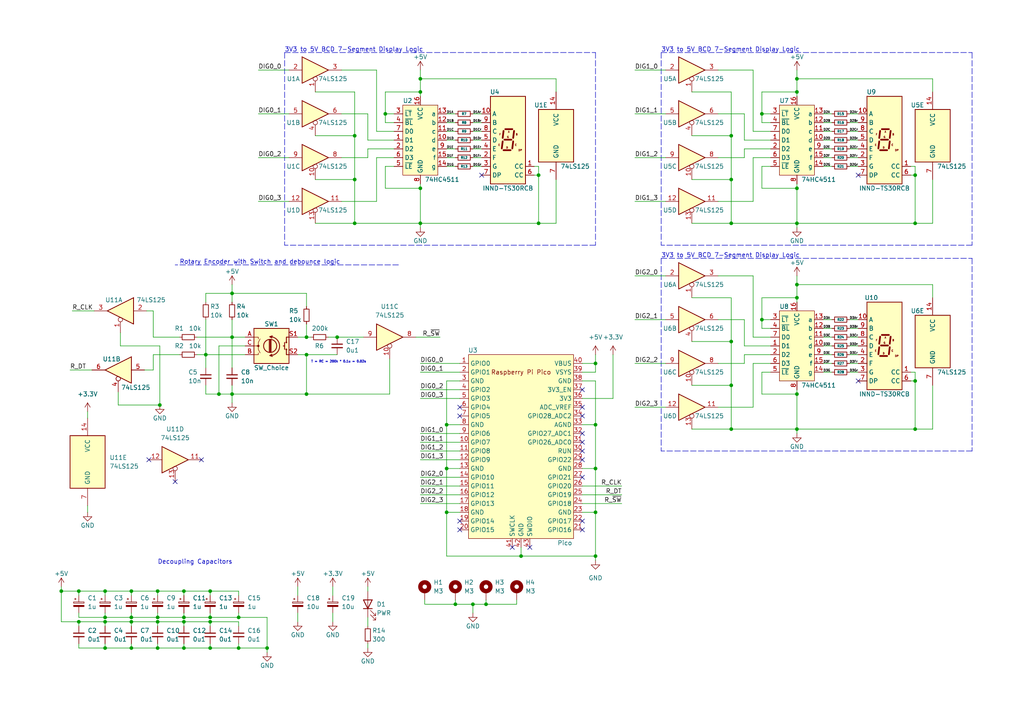
<source format=kicad_sch>
(kicad_sch (version 20211123) (generator eeschema)
  (paper "A4")
  (title_block (title "dMarkle - Digital Dice") (date "2023-01-12") (rev "0") (company "Microcode.io"))
  (junction (at 60.96 179.07))
  (junction (at 45.72 171.45))
  (junction (at 88.9 102.87))
  (junction (at 69.215 179.07))
  (junction (at 45.72 187.96))
  (junction (at 231.14 26.67))
  (junction (at 265.43 124.46))
  (junction (at 231.14 54.61))
  (junction (at 212.09 39.37))
  (junction (at 231.14 124.46))
  (junction (at 212.09 52.07))
  (junction (at 67.31 97.79))
  (junction (at 63.5 114.3))
  (junction (at 53.34 180.34))
  (junction (at 172.72 148.59))
  (junction (at 30.48 171.45))
  (junction (at 30.48 180.34))
  (junction (at 60.96 180.34))
  (junction (at 38.1 187.96))
  (junction (at 265.43 64.77))
  (junction (at 129.54 148.59))
  (junction (at 67.31 85.09))
  (junction (at 129.54 123.19))
  (junction (at 45.72 179.07))
  (junction (at 22.86 180.34))
  (junction (at 265.43 110.49))
  (junction (at 220.98 92.71))
  (junction (at 102.87 52.07))
  (junction (at 220.98 33.02))
  (junction (at 22.86 171.45))
  (junction (at 102.87 64.77))
  (junction (at 231.14 86.36))
  (junction (at 53.34 179.07))
  (junction (at 132.08 175.26))
  (junction (at 60.96 187.96))
  (junction (at 30.48 179.07))
  (junction (at 46.355 117.475))
  (junction (at 53.34 187.96))
  (junction (at 231.14 64.77))
  (junction (at 172.72 135.89))
  (junction (at 38.1 171.45))
  (junction (at 88.9 114.3))
  (junction (at 156.21 64.77))
  (junction (at 231.14 22.86))
  (junction (at 121.92 26.67))
  (junction (at 172.72 105.41))
  (junction (at 38.1 179.07))
  (junction (at 129.54 135.89))
  (junction (at 212.09 64.77))
  (junction (at 69.215 187.96))
  (junction (at 45.72 180.34))
  (junction (at 121.92 22.86))
  (junction (at 102.87 39.37))
  (junction (at 156.21 50.8))
  (junction (at 77.47 187.96))
  (junction (at 212.09 99.06))
  (junction (at 231.14 114.3))
  (junction (at 140.97 175.26))
  (junction (at 17.78 171.45))
  (junction (at 59.69 102.87))
  (junction (at 121.92 54.61))
  (junction (at 121.92 64.77))
  (junction (at 172.72 161.29))
  (junction (at 151.13 161.29))
  (junction (at 137.16 175.26))
  (junction (at 88.9 97.79))
  (junction (at 212.09 111.76))
  (junction (at 38.1 180.34))
  (junction (at 111.76 33.02))
  (junction (at 172.72 123.19))
  (junction (at 67.31 114.3))
  (junction (at 60.96 171.45))
  (junction (at 231.14 82.55))
  (junction (at 265.43 50.8))
  (junction (at 53.34 171.45))
  (junction (at 97.79 97.79))
  (junction (at 30.48 187.96))
  (junction (at 212.09 124.46))
  (no_connect (at 168.91 133.35))
  (no_connect (at 43.18 133.35))
  (no_connect (at 168.91 138.43))
  (no_connect (at 133.35 151.13))
  (no_connect (at 168.91 151.13))
  (no_connect (at 153.67 158.75))
  (no_connect (at 50.8 139.7))
  (no_connect (at 133.35 153.67))
  (no_connect (at 168.91 113.03))
  (no_connect (at 168.91 125.73))
  (no_connect (at 133.35 118.11))
  (no_connect (at 133.35 120.65))
  (no_connect (at 168.91 118.11))
  (no_connect (at 248.92 50.8))
  (no_connect (at 58.42 133.35))
  (no_connect (at 168.91 153.67))
  (no_connect (at 168.91 128.27))
  (no_connect (at 168.91 120.65))
  (no_connect (at 139.7 50.8))
  (no_connect (at 148.59 158.75))
  (no_connect (at 248.92 110.49))
  (no_connect (at 168.91 130.81))
  (wire (pts (xy 102.87 39.37) (xy 102.87 52.07)))
  (wire (pts (xy 121.92 53.34) (xy 121.92 54.61)))
  (wire (pts (xy 121.92 113.03) (xy 133.35 113.03)))
  (wire (pts (xy 60.96 186.69) (xy 60.96 187.96)))
  (wire (pts (xy 223.52 38.1) (xy 218.44 38.1)))
  (wire (pts (xy 270.51 26.67) (xy 270.51 22.86)))
  (wire (pts (xy 208.28 92.71) (xy 215.9 92.71)))
  (wire (pts (xy 121.92 22.86) (xy 161.29 22.86)))
  (wire (pts (xy 231.14 22.86) (xy 231.14 26.67)))
  (wire (pts (xy 67.31 85.09) (xy 67.31 87.63)))
  (wire (pts (xy 246.38 33.02) (xy 248.92 33.02)))
  (wire (pts (xy 114.3 48.26) (xy 111.76 48.26)))
  (wire (pts (xy 67.31 85.09) (xy 88.9 85.09)))
  (wire (pts (xy 111.76 48.26) (xy 111.76 54.61)))
  (wire (pts (xy 114.3 45.72) (xy 109.22 45.72)))
  (wire (pts (xy 121.92 20.32) (xy 121.92 22.86)))
  (wire (pts (xy 212.09 52.07) (xy 212.09 64.77)))
  (wire (pts (xy 30.48 181.61) (xy 30.48 180.34)))
  (wire (pts (xy 223.52 107.95) (xy 220.98 107.95)))
  (wire (pts (xy 88.9 93.98) (xy 88.9 97.79)))
  (wire (pts (xy 74.93 20.32) (xy 83.82 20.32)))
  (wire (pts (xy 63.5 114.3) (xy 67.31 114.3)))
  (wire (pts (xy 220.98 92.71) (xy 223.52 92.71)))
  (wire (pts (xy 132.08 173.99) (xy 132.08 175.26)))
  (wire (pts (xy 129.54 148.59) (xy 133.35 148.59)))
  (wire (pts (xy 38.1 186.69) (xy 38.1 187.96)))
  (wire (pts (xy 208.28 105.41) (xy 215.9 105.41)))
  (wire (pts (xy 88.9 97.79) (xy 90.17 97.79)))
  (wire (pts (xy 246.38 38.1) (xy 248.92 38.1)))
  (wire (pts (xy 109.22 45.72) (xy 109.22 58.42)))
  (wire (pts (xy 168.91 148.59) (xy 172.72 148.59)))
  (wire (pts (xy 69.215 177.8) (xy 69.215 179.07)))
  (wire (pts (xy 59.69 102.87) (xy 71.12 102.87)))
  (wire (pts (xy 111.76 26.67) (xy 121.92 26.67)))
  (wire (pts (xy 114.3 38.1) (xy 109.22 38.1)))
  (wire (pts (xy 137.16 175.26) (xy 132.08 175.26)))
  (wire (pts (xy 215.9 100.33) (xy 215.9 92.71)))
  (wire (pts (xy 168.91 107.95) (xy 172.72 107.95)))
  (wire (pts (xy 212.09 99.06) (xy 212.09 111.76)))
  (wire (pts (xy 109.22 20.32) (xy 99.06 20.32)))
  (wire (pts (xy 246.38 107.95) (xy 248.92 107.95)))
  (wire (pts (xy 264.16 48.26) (xy 265.43 48.26)))
  (wire (pts (xy 238.76 38.1) (xy 241.3 38.1)))
  (wire (pts (xy 231.14 22.86) (xy 270.51 22.86)))
  (wire (pts (xy 149.86 175.26) (xy 140.97 175.26)))
  (wire (pts (xy 91.44 64.77) (xy 102.87 64.77)))
  (wire (pts (xy 172.72 110.49) (xy 172.72 123.19)))
  (wire (pts (xy 220.98 35.56) (xy 220.98 33.02)))
  (wire (pts (xy 200.66 86.36) (xy 212.09 86.36)))
  (wire (pts (xy 200.66 124.46) (xy 212.09 124.46)))
  (wire (pts (xy 200.66 111.76) (xy 212.09 111.76)))
  (wire (pts (xy 57.15 102.87) (xy 59.69 102.87)))
  (wire (pts (xy 264.16 110.49) (xy 265.43 110.49)))
  (wire (pts (xy 220.98 33.02) (xy 223.52 33.02)))
  (wire (pts (xy 265.43 64.77) (xy 270.51 64.77)))
  (wire (pts (xy 220.98 107.95) (xy 220.98 114.3)))
  (wire (pts (xy 200.66 26.67) (xy 212.09 26.67)))
  (wire (pts (xy 129.54 110.49) (xy 129.54 123.19)))
  (wire (pts (xy 168.91 140.97) (xy 180.34 140.97)))
  (wire (pts (xy 184.15 92.71) (xy 193.04 92.71)))
  (polyline (pts (xy 172.72 15.24) (xy 172.72 71.12)))
  (wire (pts (xy 38.1 181.61) (xy 38.1 180.34)))
  (wire (pts (xy 231.14 64.77) (xy 265.43 64.77)))
  (wire (pts (xy 22.86 187.96) (xy 30.48 187.96)))
  (wire (pts (xy 45.72 180.34) (xy 53.34 180.34)))
  (wire (pts (xy 246.38 43.18) (xy 248.92 43.18)))
  (wire (pts (xy 59.69 92.71) (xy 59.69 102.87)))
  (polyline (pts (xy 82.55 15.24) (xy 82.55 71.12)))
  (polyline (pts (xy 191.77 74.93) (xy 281.94 74.93)))
  (wire (pts (xy 96.52 177.8) (xy 96.52 180.34)))
  (wire (pts (xy 45.72 179.07) (xy 53.34 179.07)))
  (wire (pts (xy 129.54 40.64) (xy 132.08 40.64)))
  (wire (pts (xy 67.31 97.79) (xy 67.31 106.68)))
  (wire (pts (xy 109.22 58.42) (xy 99.06 58.42)))
  (wire (pts (xy 137.16 35.56) (xy 139.7 35.56)))
  (wire (pts (xy 111.76 33.02) (xy 114.3 33.02)))
  (wire (pts (xy 238.76 97.79) (xy 241.3 97.79)))
  (wire (pts (xy 67.31 82.55) (xy 67.31 85.09)))
  (wire (pts (xy 172.72 107.95) (xy 172.72 105.41)))
  (wire (pts (xy 231.14 114.3) (xy 231.14 124.46)))
  (wire (pts (xy 184.15 80.01) (xy 193.04 80.01)))
  (wire (pts (xy 59.69 111.76) (xy 59.69 114.3)))
  (wire (pts (xy 97.79 97.79) (xy 105.41 97.79)))
  (wire (pts (xy 42.545 90.17) (xy 44.45 90.17)))
  (wire (pts (xy 59.69 114.3) (xy 63.5 114.3)))
  (wire (pts (xy 60.96 177.8) (xy 60.96 179.07)))
  (wire (pts (xy 231.14 64.77) (xy 231.14 66.04)))
  (wire (pts (xy 30.48 187.96) (xy 38.1 187.96)))
  (wire (pts (xy 265.43 110.49) (xy 265.43 124.46)))
  (wire (pts (xy 238.76 92.71) (xy 241.3 92.71)))
  (wire (pts (xy 238.76 45.72) (xy 241.3 45.72)))
  (wire (pts (xy 168.91 146.05) (xy 180.34 146.05)))
  (wire (pts (xy 218.44 97.79) (xy 218.44 80.01)))
  (wire (pts (xy 102.87 26.67) (xy 102.87 39.37)))
  (wire (pts (xy 129.54 48.26) (xy 132.08 48.26)))
  (wire (pts (xy 218.44 80.01) (xy 208.28 80.01)))
  (wire (pts (xy 231.14 82.55) (xy 231.14 86.36)))
  (wire (pts (xy 223.52 95.25) (xy 220.98 95.25)))
  (polyline (pts (xy 281.94 130.81) (xy 191.77 130.81)))
  (wire (pts (xy 22.86 171.45) (xy 30.48 171.45)))
  (wire (pts (xy 69.215 181.61) (xy 69.215 180.34)))
  (wire (pts (xy 71.12 100.33) (xy 63.5 100.33)))
  (polyline (pts (xy 281.94 74.93) (xy 281.94 130.81)))
  (wire (pts (xy 30.48 171.45) (xy 30.48 172.72)))
  (wire (pts (xy 22.86 177.8) (xy 22.86 179.07)))
  (wire (pts (xy 59.69 102.87) (xy 59.69 106.68)))
  (wire (pts (xy 22.86 179.07) (xy 30.48 179.07)))
  (wire (pts (xy 102.87 52.07) (xy 102.87 64.77)))
  (wire (pts (xy 74.93 45.72) (xy 83.82 45.72)))
  (wire (pts (xy 168.91 110.49) (xy 172.72 110.49)))
  (wire (pts (xy 123.19 175.26) (xy 123.19 173.99)))
  (wire (pts (xy 121.92 125.73) (xy 133.35 125.73)))
  (wire (pts (xy 177.8 102.87) (xy 177.8 115.57)))
  (wire (pts (xy 218.44 118.11) (xy 208.28 118.11)))
  (wire (pts (xy 132.08 175.26) (xy 123.19 175.26)))
  (wire (pts (xy 129.54 43.18) (xy 132.08 43.18)))
  (wire (pts (xy 121.92 107.95) (xy 133.35 107.95)))
  (wire (pts (xy 129.54 123.19) (xy 133.35 123.19)))
  (wire (pts (xy 238.76 35.56) (xy 241.3 35.56)))
  (wire (pts (xy 238.76 43.18) (xy 241.3 43.18)))
  (wire (pts (xy 172.72 105.41) (xy 172.72 102.87)))
  (wire (pts (xy 184.15 105.41) (xy 193.04 105.41)))
  (wire (pts (xy 129.54 135.89) (xy 129.54 148.59)))
  (wire (pts (xy 45.72 186.69) (xy 45.72 187.96)))
  (wire (pts (xy 63.5 100.33) (xy 63.5 114.3)))
  (wire (pts (xy 200.66 99.06) (xy 212.09 99.06)))
  (wire (pts (xy 121.92 128.27) (xy 133.35 128.27)))
  (wire (pts (xy 74.93 58.42) (xy 83.82 58.42)))
  (wire (pts (xy 114.3 40.64) (xy 106.68 40.64)))
  (wire (pts (xy 129.54 35.56) (xy 132.08 35.56)))
  (wire (pts (xy 149.86 173.99) (xy 149.86 175.26)))
  (wire (pts (xy 45.72 171.45) (xy 53.34 171.45)))
  (wire (pts (xy 113.03 114.3) (xy 88.9 114.3)))
  (wire (pts (xy 208.28 45.72) (xy 215.9 45.72)))
  (wire (pts (xy 129.54 38.1) (xy 132.08 38.1)))
  (wire (pts (xy 121.92 54.61) (xy 121.92 64.77)))
  (wire (pts (xy 99.06 45.72) (xy 106.68 45.72)))
  (wire (pts (xy 137.16 177.8) (xy 137.16 175.26)))
  (wire (pts (xy 25.4 146.685) (xy 25.4 148.59)))
  (wire (pts (xy 88.9 88.9) (xy 88.9 85.09)))
  (wire (pts (xy 45.72 171.45) (xy 45.72 172.72)))
  (wire (pts (xy 223.52 97.79) (xy 218.44 97.79)))
  (wire (pts (xy 106.68 170.18) (xy 106.68 171.45)))
  (wire (pts (xy 91.44 39.37) (xy 102.87 39.37)))
  (wire (pts (xy 88.9 102.87) (xy 97.79 102.87)))
  (wire (pts (xy 121.92 140.97) (xy 133.35 140.97)))
  (wire (pts (xy 212.09 39.37) (xy 212.09 52.07)))
  (wire (pts (xy 208.28 33.02) (xy 215.9 33.02)))
  (wire (pts (xy 223.52 35.56) (xy 220.98 35.56)))
  (wire (pts (xy 22.86 186.69) (xy 22.86 187.96)))
  (wire (pts (xy 17.78 171.45) (xy 22.86 171.45)))
  (wire (pts (xy 246.38 40.64) (xy 248.92 40.64)))
  (wire (pts (xy 121.92 115.57) (xy 133.35 115.57)))
  (wire (pts (xy 172.72 148.59) (xy 172.72 161.29)))
  (wire (pts (xy 223.52 45.72) (xy 218.44 45.72)))
  (wire (pts (xy 265.43 124.46) (xy 270.51 124.46)))
  (wire (pts (xy 215.9 102.87) (xy 215.9 105.41)))
  (wire (pts (xy 34.925 100.33) (xy 46.355 100.33)))
  (wire (pts (xy 67.31 92.71) (xy 67.31 97.79)))
  (wire (pts (xy 60.96 171.45) (xy 69.215 171.45)))
  (wire (pts (xy 172.72 135.89) (xy 172.72 148.59)))
  (wire (pts (xy 121.92 22.86) (xy 121.92 26.67)))
  (wire (pts (xy 129.54 123.19) (xy 129.54 135.89)))
  (wire (pts (xy 53.34 180.34) (xy 60.96 180.34)))
  (wire (pts (xy 161.29 52.07) (xy 161.29 64.77)))
  (wire (pts (xy 53.34 171.45) (xy 53.34 172.72)))
  (wire (pts (xy 69.215 186.69) (xy 69.215 187.96)))
  (wire (pts (xy 220.98 26.67) (xy 231.14 26.67)))
  (wire (pts (xy 121.92 130.81) (xy 133.35 130.81)))
  (wire (pts (xy 121.92 64.77) (xy 156.21 64.77)))
  (wire (pts (xy 30.48 171.45) (xy 38.1 171.45)))
  (wire (pts (xy 46.355 100.33) (xy 46.355 117.475)))
  (wire (pts (xy 121.92 133.35) (xy 133.35 133.35)))
  (wire (pts (xy 270.51 111.76) (xy 270.51 124.46)))
  (wire (pts (xy 22.86 180.34) (xy 30.48 180.34)))
  (wire (pts (xy 154.94 50.8) (xy 156.21 50.8)))
  (wire (pts (xy 220.98 48.26) (xy 220.98 54.61)))
  (wire (pts (xy 60.96 181.61) (xy 60.96 180.34)))
  (wire (pts (xy 30.48 186.69) (xy 30.48 187.96)))
  (wire (pts (xy 220.98 92.71) (xy 220.98 86.36)))
  (wire (pts (xy 53.34 171.45) (xy 60.96 171.45)))
  (wire (pts (xy 220.98 54.61) (xy 231.14 54.61)))
  (wire (pts (xy 67.31 111.76) (xy 67.31 114.3)))
  (wire (pts (xy 67.31 97.79) (xy 71.12 97.79)))
  (wire (pts (xy 129.54 148.59) (xy 129.54 161.29)))
  (wire (pts (xy 106.68 179.07) (xy 106.68 181.61)))
  (wire (pts (xy 200.66 64.77) (xy 212.09 64.77)))
  (wire (pts (xy 264.16 107.95) (xy 265.43 107.95)))
  (wire (pts (xy 86.36 97.79) (xy 88.9 97.79)))
  (wire (pts (xy 168.91 123.19) (xy 172.72 123.19)))
  (wire (pts (xy 218.44 45.72) (xy 218.44 58.42)))
  (wire (pts (xy 246.38 48.26) (xy 248.92 48.26)))
  (wire (pts (xy 74.93 33.02) (xy 83.82 33.02)))
  (wire (pts (xy 184.15 33.02) (xy 193.04 33.02)))
  (wire (pts (xy 220.98 95.25) (xy 220.98 92.71)))
  (wire (pts (xy 111.76 35.56) (xy 111.76 33.02)))
  (wire (pts (xy 156.21 50.8) (xy 156.21 64.77)))
  (wire (pts (xy 120.65 97.79) (xy 127.635 97.79)))
  (wire (pts (xy 212.09 64.77) (xy 231.14 64.77)))
  (wire (pts (xy 184.15 58.42) (xy 193.04 58.42)))
  (wire (pts (xy 34.925 96.52) (xy 34.925 100.33)))
  (wire (pts (xy 223.52 40.64) (xy 215.9 40.64)))
  (wire (pts (xy 184.15 20.32) (xy 193.04 20.32)))
  (wire (pts (xy 53.34 181.61) (xy 53.34 180.34)))
  (wire (pts (xy 106.68 40.64) (xy 106.68 33.02)))
  (wire (pts (xy 25.4 119.38) (xy 25.4 121.285)))
  (wire (pts (xy 246.38 45.72) (xy 248.92 45.72)))
  (wire (pts (xy 238.76 107.95) (xy 241.3 107.95)))
  (polyline (pts (xy 115.57 76.835) (xy 50.8 76.835)))
  (wire (pts (xy 168.91 143.51) (xy 180.34 143.51)))
  (wire (pts (xy 168.91 135.89) (xy 172.72 135.89)))
  (wire (pts (xy 137.16 48.26) (xy 139.7 48.26)))
  (wire (pts (xy 96.52 170.18) (xy 96.52 172.72)))
  (wire (pts (xy 121.92 64.77) (xy 121.92 66.04)))
  (wire (pts (xy 220.98 114.3) (xy 231.14 114.3)))
  (wire (pts (xy 121.92 138.43) (xy 133.35 138.43)))
  (wire (pts (xy 67.31 114.3) (xy 67.31 116.84)))
  (wire (pts (xy 45.72 187.96) (xy 53.34 187.96)))
  (wire (pts (xy 231.14 124.46) (xy 265.43 124.46)))
  (wire (pts (xy 53.34 187.96) (xy 60.96 187.96)))
  (wire (pts (xy 38.1 187.96) (xy 45.72 187.96)))
  (wire (pts (xy 140.97 175.26) (xy 137.16 175.26)))
  (wire (pts (xy 238.76 33.02) (xy 241.3 33.02)))
  (wire (pts (xy 238.76 48.26) (xy 241.3 48.26)))
  (wire (pts (xy 265.43 107.95) (xy 265.43 110.49)))
  (wire (pts (xy 200.66 39.37) (xy 212.09 39.37)))
  (wire (pts (xy 238.76 95.25) (xy 241.3 95.25)))
  (wire (pts (xy 172.72 161.29) (xy 172.72 162.56)))
  (wire (pts (xy 69.215 179.07) (xy 77.47 179.07)))
  (wire (pts (xy 270.51 52.07) (xy 270.51 64.77)))
  (wire (pts (xy 86.36 102.87) (xy 88.9 102.87)))
  (wire (pts (xy 238.76 100.33) (xy 241.3 100.33)))
  (wire (pts (xy 129.54 161.29) (xy 151.13 161.29)))
  (wire (pts (xy 20.32 107.315) (xy 26.67 107.315)))
  (wire (pts (xy 121.92 26.67) (xy 121.92 27.94)))
  (wire (pts (xy 215.9 43.18) (xy 215.9 45.72)))
  (wire (pts (xy 17.78 170.18) (xy 17.78 171.45)))
  (polyline (pts (xy 191.77 74.93) (xy 191.77 130.81)))
  (wire (pts (xy 223.52 43.18) (xy 215.9 43.18)))
  (wire (pts (xy 111.76 54.61) (xy 121.92 54.61)))
  (wire (pts (xy 270.51 86.36) (xy 270.51 82.55)))
  (wire (pts (xy 34.29 117.475) (xy 34.29 113.665)))
  (wire (pts (xy 156.21 64.77) (xy 161.29 64.77)))
  (wire (pts (xy 246.38 92.71) (xy 248.92 92.71)))
  (wire (pts (xy 86.36 170.18) (xy 86.36 172.72)))
  (wire (pts (xy 212.09 86.36) (xy 212.09 99.06)))
  (wire (pts (xy 45.72 177.8) (xy 45.72 179.07)))
  (wire (pts (xy 161.29 26.67) (xy 161.29 22.86)))
  (wire (pts (xy 231.14 86.36) (xy 231.14 87.63)))
  (wire (pts (xy 137.16 33.02) (xy 139.7 33.02)))
  (wire (pts (xy 77.47 187.96) (xy 77.47 189.23)))
  (wire (pts (xy 69.215 187.96) (xy 77.47 187.96)))
  (wire (pts (xy 60.96 171.45) (xy 60.96 172.72)))
  (wire (pts (xy 22.86 181.61) (xy 22.86 180.34)))
  (wire (pts (xy 246.38 97.79) (xy 248.92 97.79)))
  (wire (pts (xy 22.86 180.34) (xy 17.78 180.34)))
  (wire (pts (xy 121.92 143.51) (xy 133.35 143.51)))
  (wire (pts (xy 129.54 33.02) (xy 132.08 33.02)))
  (wire (pts (xy 57.15 97.79) (xy 67.31 97.79)))
  (wire (pts (xy 223.52 100.33) (xy 215.9 100.33)))
  (wire (pts (xy 59.69 85.09) (xy 67.31 85.09)))
  (wire (pts (xy 220.98 86.36) (xy 231.14 86.36)))
  (wire (pts (xy 264.16 50.8) (xy 265.43 50.8)))
  (wire (pts (xy 46.355 117.475) (xy 34.29 117.475)))
  (wire (pts (xy 218.44 58.42) (xy 208.28 58.42)))
  (wire (pts (xy 38.1 177.8) (xy 38.1 179.07)))
  (wire (pts (xy 218.44 20.32) (xy 208.28 20.32)))
  (wire (pts (xy 238.76 105.41) (xy 241.3 105.41)))
  (wire (pts (xy 215.9 40.64) (xy 215.9 33.02)))
  (wire (pts (xy 246.38 35.56) (xy 248.92 35.56)))
  (polyline (pts (xy 281.94 15.24) (xy 281.94 71.12)))
  (wire (pts (xy 246.38 95.25) (xy 248.92 95.25)))
  (wire (pts (xy 91.44 52.07) (xy 102.87 52.07)))
  (wire (pts (xy 41.91 107.315) (xy 44.45 107.315)))
  (wire (pts (xy 231.14 54.61) (xy 231.14 64.77)))
  (wire (pts (xy 53.34 177.8) (xy 53.34 179.07)))
  (wire (pts (xy 184.15 45.72) (xy 193.04 45.72)))
  (wire (pts (xy 45.72 181.61) (xy 45.72 180.34)))
  (wire (pts (xy 106.68 186.69) (xy 106.68 187.96)))
  (wire (pts (xy 238.76 102.87) (xy 241.3 102.87)))
  (wire (pts (xy 53.34 179.07) (xy 60.96 179.07)))
  (wire (pts (xy 38.1 180.34) (xy 45.72 180.34)))
  (wire (pts (xy 220.98 33.02) (xy 220.98 26.67)))
  (wire (pts (xy 212.09 124.46) (xy 231.14 124.46)))
  (wire (pts (xy 168.91 105.41) (xy 172.72 105.41)))
  (wire (pts (xy 137.16 40.64) (xy 139.7 40.64)))
  (wire (pts (xy 246.38 105.41) (xy 248.92 105.41)))
  (wire (pts (xy 44.45 102.87) (xy 44.45 107.315)))
  (wire (pts (xy 44.45 102.87) (xy 52.07 102.87)))
  (wire (pts (xy 59.69 87.63) (xy 59.69 85.09)))
  (wire (pts (xy 86.36 177.8) (xy 86.36 180.34)))
  (polyline (pts (xy 281.94 71.12) (xy 191.77 71.12)))
  (wire (pts (xy 231.14 113.03) (xy 231.14 114.3)))
  (wire (pts (xy 111.76 33.02) (xy 111.76 26.67)))
  (wire (pts (xy 223.52 105.41) (xy 218.44 105.41)))
  (wire (pts (xy 109.22 38.1) (xy 109.22 20.32)))
  (wire (pts (xy 30.48 179.07) (xy 38.1 179.07)))
  (wire (pts (xy 60.96 179.07) (xy 69.215 179.07)))
  (wire (pts (xy 121.92 146.05) (xy 133.35 146.05)))
  (wire (pts (xy 137.16 43.18) (xy 139.7 43.18)))
  (wire (pts (xy 77.47 179.07) (xy 77.47 187.96)))
  (wire (pts (xy 67.31 114.3) (xy 88.9 114.3)))
  (polyline (pts (xy 191.77 15.24) (xy 281.94 15.24)))
  (wire (pts (xy 121.92 105.41) (xy 133.35 105.41)))
  (wire (pts (xy 44.45 97.79) (xy 52.07 97.79)))
  (wire (pts (xy 129.54 45.72) (xy 132.08 45.72)))
  (wire (pts (xy 69.215 171.45) (xy 69.215 172.72)))
  (wire (pts (xy 265.43 48.26) (xy 265.43 50.8)))
  (wire (pts (xy 17.78 180.34) (xy 17.78 171.45)))
  (wire (pts (xy 113.03 104.14) (xy 113.03 114.3)))
  (polyline (pts (xy 82.55 15.24) (xy 172.72 15.24)))
  (wire (pts (xy 137.16 38.1) (xy 139.7 38.1)))
  (wire (pts (xy 60.96 180.34) (xy 69.215 180.34)))
  (wire (pts (xy 172.72 123.19) (xy 172.72 135.89)))
  (wire (pts (xy 231.14 124.46) (xy 231.14 125.73)))
  (wire (pts (xy 231.14 82.55) (xy 270.51 82.55)))
  (wire (pts (xy 218.44 105.41) (xy 218.44 118.11)))
  (wire (pts (xy 265.43 50.8) (xy 265.43 64.77)))
  (wire (pts (xy 231.14 26.67) (xy 231.14 27.94)))
  (wire (pts (xy 200.66 52.07) (xy 212.09 52.07)))
  (wire (pts (xy 231.14 20.32) (xy 231.14 22.86)))
  (wire (pts (xy 114.3 35.56) (xy 111.76 35.56)))
  (wire (pts (xy 20.955 90.17) (xy 27.305 90.17)))
  (wire (pts (xy 95.25 97.79) (xy 97.79 97.79)))
  (wire (pts (xy 184.15 118.11) (xy 193.04 118.11)))
  (polyline (pts (xy 191.77 15.24) (xy 191.77 71.12)))
  (wire (pts (xy 168.91 115.57) (xy 177.8 115.57)))
  (wire (pts (xy 151.13 158.75) (xy 151.13 161.29)))
  (wire (pts (xy 44.45 90.17) (xy 44.45 97.79)))
  (wire (pts (xy 30.48 180.34) (xy 38.1 180.34)))
  (wire (pts (xy 137.16 45.72) (xy 139.7 45.72)))
  (wire (pts (xy 53.34 186.69) (xy 53.34 187.96)))
  (wire (pts (xy 129.54 135.89) (xy 133.35 135.89)))
  (wire (pts (xy 231.14 53.34) (xy 231.14 54.61)))
  (wire (pts (xy 140.97 173.99) (xy 140.97 175.26)))
  (wire (pts (xy 133.35 110.49) (xy 129.54 110.49)))
  (wire (pts (xy 91.44 26.67) (xy 102.87 26.67)))
  (polyline (pts (xy 172.72 71.12) (xy 82.55 71.12)))
  (wire (pts (xy 102.87 64.77) (xy 121.92 64.77)))
  (wire (pts (xy 212.09 111.76) (xy 212.09 124.46)))
  (wire (pts (xy 30.48 177.8) (xy 30.48 179.07)))
  (wire (pts (xy 212.09 26.67) (xy 212.09 39.37)))
  (wire (pts (xy 38.1 171.45) (xy 38.1 172.72)))
  (wire (pts (xy 218.44 38.1) (xy 218.44 20.32)))
  (wire (pts (xy 88.9 102.87) (xy 88.9 114.3)))
  (wire (pts (xy 154.94 48.26) (xy 156.21 48.26)))
  (wire (pts (xy 38.1 179.07) (xy 45.72 179.07)))
  (wire (pts (xy 38.1 171.45) (xy 45.72 171.45)))
  (wire (pts (xy 223.52 48.26) (xy 220.98 48.26)))
  (wire (pts (xy 106.68 43.18) (xy 106.68 45.72)))
  (wire (pts (xy 223.52 102.87) (xy 215.9 102.87)))
  (wire (pts (xy 246.38 102.87) (xy 248.92 102.87)))
  (wire (pts (xy 114.3 43.18) (xy 106.68 43.18)))
  (wire (pts (xy 231.14 80.01) (xy 231.14 82.55)))
  (wire (pts (xy 156.21 48.26) (xy 156.21 50.8)))
  (wire (pts (xy 246.38 100.33) (xy 248.92 100.33)))
  (wire (pts (xy 238.76 40.64) (xy 241.3 40.64)))
  (wire (pts (xy 151.13 161.29) (xy 172.72 161.29)))
  (wire (pts (xy 99.06 33.02) (xy 106.68 33.02)))
  (wire (pts (xy 60.96 187.96) (xy 69.215 187.96)))
  (wire (pts (xy 22.86 171.45) (xy 22.86 172.72)))
  (text "Decoupling Capacitors" (at 45.72 163.83 0) (effects (font (size 1.27 1.27)) (justify left bottom)))
  (text "3V3 to 5V BCD 7-Segment Display Logic" (at 82.55 15.24 0) (effects (font (size 1.27 1.27)) (justify left bottom)))
  (text "Rotary Encoder with Switch and debounce logic" (at 52.07 76.835 0) (effects (font (size 1.27 1.27)) (justify left bottom)))
  (text "T = RC = 200k * 0.1u = 0.02s\n" (at 90.17 105.41 0) (effects (font (size 0.65 0.65)) (justify left bottom)))
  (text "3V3 to 5V BCD 7-Segment Display Logic" (at 191.77 15.24 0) (effects (font (size 1.27 1.27)) (justify left bottom)))
  (text "3V3 to 5V BCD 7-Segment Display Logic" (at 191.77 74.93 0) (effects (font (size 1.27 1.27)) (justify left bottom)))
  (label "D2D" (at 238.76 40.64 0) (effects (font (size 0.65 0.65))))
  (label "DIG2_0" (at 121.92 138.43 0))
  (label "D2Dr" (at 246.38 40.64 0) (effects (font (size 0.65 0.65))))
  (label "D2F" (at 238.76 45.72 0) (effects (font (size 0.65 0.65))))
  (label "DIG2_3" (at 184.15 118.11 0))
  (label "DIG0_1" (at 74.93 33.02 0))
  (label "DIG0_2" (at 121.92 113.03 0))
  (label "R_CLK" (at 180.34 140.97 180))
  (label "DIG2_3" (at 121.92 146.05 0))
  (label "DIG0_2" (at 74.93 45.72 0))
  (label "D3Cr" (at 246.38 97.79 0) (effects (font (size 0.65 0.65))))
  (label "D1A" (at 129.54 33.02 0) (effects (font (size 0.65 0.65))))
  (label "D1Br" (at 137.16 35.56 0) (effects (font (size 0.65 0.65))))
  (label "DIG1_2" (at 184.15 45.72 0))
  (label "D3C" (at 238.76 97.79 0) (effects (font (size 0.65 0.65))))
  (label "D3Br" (at 246.38 95.25 0) (effects (font (size 0.65 0.65))))
  (label "DIG0_1" (at 121.92 107.95 0))
  (label "DIG0_3" (at 121.92 115.57 0))
  (label "D1D" (at 129.54 40.64 0) (effects (font (size 0.65 0.65))))
  (label "DIG1_3" (at 184.15 58.42 0))
  (label "DIG0_3" (at 74.93 58.42 0))
  (label "DIG1_0" (at 121.92 125.73 0))
  (label "D2Ar" (at 246.38 33.02 0) (effects (font (size 0.65 0.65))))
  (label "D1E" (at 129.54 43.18 0) (effects (font (size 0.65 0.65))))
  (label "R_CLK" (at 20.955 90.17 0))
  (label "D2Cr" (at 246.38 38.1 0) (effects (font (size 0.65 0.65))))
  (label "D1Cr" (at 137.16 38.1 0) (effects (font (size 0.65 0.65))))
  (label "D3D" (at 238.76 100.33 0) (effects (font (size 0.65 0.65))))
  (label "DIG1_3" (at 121.92 133.35 0))
  (label "DIG2_2" (at 121.92 143.51 0))
  (label "D2E" (at 238.76 43.18 0) (effects (font (size 0.65 0.65))))
  (label "R_DT" (at 20.32 107.315 0))
  (label "DIG0_0" (at 74.93 20.32 0))
  (label "D2Er" (at 246.38 43.18 0) (effects (font (size 0.65 0.65))))
  (label "R_~{SW}" (at 180.34 146.05 180))
  (label "R_DT" (at 180.34 143.51 180))
  (label "D1Gr" (at 137.16 48.26 0) (effects (font (size 0.65 0.65))))
  (label "DIG2_1" (at 184.15 92.71 0))
  (label "R_~{SW}" (at 127.635 97.79 180))
  (label "D1G" (at 129.54 48.26 0) (effects (font (size 0.65 0.65))))
  (label "D2Br" (at 246.38 35.56 0) (effects (font (size 0.65 0.65))))
  (label "DIG0_0" (at 121.92 105.41 0))
  (label "D3Er" (at 246.38 102.87 0) (effects (font (size 0.65 0.65))))
  (label "D2B" (at 238.76 35.56 0) (effects (font (size 0.65 0.65))))
  (label "D3Gr" (at 246.38 107.95 0) (effects (font (size 0.65 0.65))))
  (label "D3G" (at 238.76 107.95 0) (effects (font (size 0.65 0.65))))
  (label "D2Gr" (at 246.38 48.26 0) (effects (font (size 0.65 0.65))))
  (label "D3B" (at 238.76 95.25 0) (effects (font (size 0.65 0.65))))
  (label "DIG1_0" (at 184.15 20.32 0))
  (label "D1Er" (at 137.16 43.18 0) (effects (font (size 0.65 0.65))))
  (label "DIG2_0" (at 184.15 80.01 0))
  (label "D2G" (at 238.76 48.26 0) (effects (font (size 0.65 0.65))))
  (label "DIG1_2" (at 121.92 130.81 0))
  (label "D1F" (at 129.54 45.72 0) (effects (font (size 0.65 0.65))))
  (label "D3F" (at 238.76 105.41 0) (effects (font (size 0.65 0.65))))
  (label "D1Dr" (at 137.16 40.64 0) (effects (font (size 0.65 0.65))))
  (label "DIG1_1" (at 121.92 128.27 0))
  (label "D1B" (at 129.54 35.56 0) (effects (font (size 0.65 0.65))))
  (label "D3Dr" (at 246.38 100.33 0) (effects (font (size 0.65 0.65))))
  (label "D1Fr" (at 137.16 45.72 0) (effects (font (size 0.65 0.65))))
  (label "DIG2_2" (at 184.15 105.41 0))
  (label "D3E" (at 238.76 102.87 0) (effects (font (size 0.65 0.65))))
  (label "DIG1_1" (at 184.15 33.02 0))
  (label "D1C" (at 129.54 38.1 0) (effects (font (size 0.65 0.65))))
  (label "D3A" (at 238.76 92.71 0) (effects (font (size 0.65 0.65))))
  (label "D3Ar" (at 246.38 92.71 0) (effects (font (size 0.65 0.65))))
  (label "D2C" (at 238.76 38.1 0) (effects (font (size 0.65 0.65))))
  (label "D1Ar" (at 137.16 33.02 0) (effects (font (size 0.65 0.65))))
  (label "D2A" (at 238.76 33.02 0) (effects (font (size 0.65 0.65))))
  (label "D2Fr" (at 246.38 45.72 0) (effects (font (size 0.65 0.65))))
  (label "DIG2_1" (at 121.92 140.97 0))
  (label "D3Fr" (at 246.38 105.41 0) (effects (font (size 0.65 0.65))))
  (symbol (lib_id "power:GND") (at 137.16 177.8 0) (unit 1)
    (property "Reference" "#PWR019" (effects hide))
    (property "Value" "GND" (at 137.16 181.61 0))
  )
  (symbol (lib_id "Device:C_Polarized_Small") (at 53.34 175.26 0) (unit 1)
    (property "Reference" "C11" (at 55.88 173.4438 0) (effects (justify left)))
    (property "Value" "1u" (at 55.88 175.9838 0) (effects (justify left)))
    (property "Footprint" "Capacitor_THT:CP_Radial_D5.0mm_P2.00mm" (effects hide))
  )
  (symbol (lib_id "power:GND") (at 77.47 189.23 0) (unit 1)
    (property "Reference" "#PWR04" (effects hide))
    (property "Value" "GND" (at 77.47 193.04 0))
  )
  (symbol (lib_id "74xx:74LS125") (at 200.66 45.72 0) (unit 3)
    (property "Reference" "U5" (at 194.31 48.26 0))
    (property "Value" "74LS125" (at 205.74 48.26 0))
    (property "Footprint" "Package_DIP:DIP-14_W7.62mm" (effects hide))
    (property "Datasheet" "http://www.ti.com/lit/gpn/sn74LS125" (effects hide))
  )
  (symbol (lib_id "Device:R_Small") (at 243.84 35.56 90) (unit 1)
    (property "Reference" "R16" (at 243.84 35.56 90) (effects (font (size 0.65 0.65))))
    (property "Value" "330" (effects hide))
    (property "Footprint" "Resistor_THT:R_Axial_DIN0204_L3.6mm_D1.6mm_P5.08mm_Horizontal" (effects hide))
  )
  (symbol (lib_id "Device:C_Polarized_Small") (at 22.86 175.26 0) (unit 1)
    (property "Reference" "C1" (at 25.4 173.4438 0) (effects (justify left)))
    (property "Value" "1u" (at 25.4 175.9838 0) (effects (justify left)))
    (property "Footprint" "Capacitor_THT:CP_Radial_D5.0mm_P2.00mm" (effects hide))
  )
  (symbol (lib_id "Device:C_Small") (at 97.79 100.33 0) (unit 1)
    (property "Reference" "C17" (at 100.33 99.06 0) (effects (justify left)))
    (property "Value" "0u1" (at 100.33 101.6 0) (effects (justify left)))
    (property "Footprint" "Capacitor_THT:C_Rect_L4.0mm_W2.5mm_P2.50mm" (effects hide))
  )
  (symbol (lib_name "+5V_2") (lib_id "power:+5V") (at 231.14 20.32 0) (unit 1)
    (property "Reference" "#PWR015" (effects hide))
    (property "Value" "+5V" (at 231.14 16.51 0))
  )
  (symbol (lib_id "Mechanical:MountingHole_Pad") (at 123.19 171.45 0) (unit 1)
    (property "Reference" "H1" (at 125.73 168.9099 0) (effects (justify left)))
    (property "Value" "M3" (at 125.73 171.4499 0) (effects (justify left)))
    (property "Footprint" "MountingHole:MountingHole_3.2mm_M3_Pad" (effects hide))
  )
  (symbol (lib_id "power:GND") (at 121.92 66.04 0) (unit 1)
    (property "Reference" "#PWR010" (effects hide))
    (property "Value" "GND" (at 121.92 69.85 0))
  )
  (symbol (lib_id "Device:R_Small") (at 106.68 184.15 0) (unit 1)
    (property "Reference" "R14" (at 107.95 182.88 0) (effects (justify left)))
    (property "Value" "300" (at 107.95 185.42 0) (effects (justify left)))
    (property "Footprint" "Resistor_THT:R_Axial_DIN0204_L3.6mm_D1.6mm_P5.08mm_Horizontal" (effects hide))
  )
  (symbol (lib_id "74xx:74LS125") (at 25.4 133.985 0) (unit 5)
    (property "Reference" "U11" (at 31.75 132.7149 0) (effects (justify left)))
    (property "Value" "74LS125" (at 31.75 135.2549 0) (effects (justify left)))
    (property "Footprint" "Package_DIP:DIP-14_W7.62mm" (effects hide))
    (property "Datasheet" "http://www.ti.com/lit/gpn/sn74LS125" (effects hide))
  )
  (symbol (lib_id "Device:R_Small") (at 134.62 33.02 90) (unit 1)
    (property "Reference" "R7" (at 134.62 33.02 90) (effects (font (size 0.65 0.65))))
    (property "Value" "330" (effects hide))
    (property "Footprint" "Resistor_THT:R_Axial_DIN0204_L3.6mm_D1.6mm_P5.08mm_Horizontal" (effects hide))
  )
  (symbol (lib_id "power:GND") (at 46.355 117.475 0) (unit 1)
    (property "Reference" "#PWR0103" (effects hide))
    (property "Value" "GND" (at 46.355 121.285 0))
  )
  (symbol (lib_id "74xx:74LS125") (at 200.66 80.01 0) (unit 1)
    (property "Reference" "U6" (at 194.31 82.55 0))
    (property "Value" "74LS125" (at 205.74 82.55 0))
    (property "Footprint" "Package_DIP:DIP-14_W7.62mm" (effects hide))
    (property "Datasheet" "http://www.ti.com/lit/gpn/sn74LS125" (effects hide))
  )
  (symbol (lib_id "Device:C_Small") (at 67.31 109.22 0) (unit 1)
    (property "Reference" "C8" (at 69.85 107.95 0) (effects (justify left)))
    (property "Value" "10n" (at 69.85 110.49 0) (effects (justify left)))
    (property "Footprint" "Capacitor_THT:C_Rect_L4.0mm_W2.5mm_P2.50mm" (effects hide))
  )
  (symbol (lib_id "74xx:74LS125") (at 200.66 92.71 0) (unit 2)
    (property "Reference" "U6" (at 194.31 95.25 0))
    (property "Value" "74LS125" (at 205.74 95.25 0))
    (property "Footprint" "Package_DIP:DIP-14_W7.62mm" (effects hide))
    (property "Datasheet" "http://www.ti.com/lit/gpn/sn74LS125" (effects hide))
  )
  (symbol (lib_id "74xx:74LS125") (at 200.66 58.42 0) (unit 4)
    (property "Reference" "U5" (at 194.31 60.96 0))
    (property "Value" "74LS125" (at 205.74 60.96 0))
    (property "Footprint" "Package_DIP:DIP-14_W7.62mm" (effects hide))
    (property "Datasheet" "http://www.ti.com/lit/gpn/sn74LS125" (effects hide))
  )
  (symbol (lib_id "power:GND") (at 67.31 116.84 0) (unit 1)
    (property "Reference" "#PWR03" (effects hide))
    (property "Value" "GND" (at 67.31 120.65 0))
  )
  (symbol (lib_id "power:+5V") (at 121.92 20.32 0) (unit 1)
    (property "Reference" "#PWR09" (effects hide))
    (property "Value" "+5V" (at 121.92 16.51 0))
  )
  (symbol (lib_id "Device:C_Small") (at 30.48 184.15 0) (unit 1)
    (property "Reference" "C4" (at 33.02 182.8862 0) (effects (justify left)))
    (property "Value" "0u1" (at 33.02 185.4262 0) (effects (justify left)))
    (property "Footprint" "Capacitor_THT:C_Rect_L4.0mm_W2.5mm_P2.50mm" (effects hide))
  )
  (symbol (lib_id "Device:R_Small") (at 243.84 107.95 90) (unit 1)
    (property "Reference" "R28" (at 243.84 107.95 90) (effects (font (size 0.65 0.65))))
    (property "Value" "330" (effects hide))
    (property "Footprint" "Resistor_THT:R_Axial_DIN0204_L3.6mm_D1.6mm_P5.08mm_Horizontal" (effects hide))
  )
  (symbol (lib_name "+3.3V_1") (lib_id "power:+3.3V") (at 177.8 102.87 0) (unit 1)
    (property "Reference" "#PWR014" (effects hide))
    (property "Value" "+3.3V" (at 177.8 97.79 0))
  )
  (symbol (lib_id "power:GND") (at 25.4 148.59 0) (unit 1)
    (property "Reference" "#PWR0102" (effects hide))
    (property "Value" "GND" (at 25.4 152.4 0))
  )
  (symbol (lib_id "power:+5V") (at 231.14 80.01 0) (unit 1)
    (property "Reference" "#PWR017" (effects hide))
    (property "Value" "+5V" (at 231.14 76.2 0))
  )
  (symbol (lib_id "Device:C_Polarized_Small") (at 69.215 175.26 0) (unit 1)
    (property "Reference" "C15" (at 71.755 173.4438 0) (effects (justify left)))
    (property "Value" "1u" (at 71.755 175.9838 0) (effects (justify left)))
    (property "Footprint" "Capacitor_THT:CP_Radial_D5.0mm_P2.00mm" (effects hide))
  )
  (symbol (lib_id "Device:C_Small") (at 45.72 184.15 0) (unit 1)
    (property "Reference" "C10" (at 48.26 182.8862 0) (effects (justify left)))
    (property "Value" "0u1" (at 48.26 185.4262 0) (effects (justify left)))
    (property "Footprint" "Capacitor_THT:C_Rect_L4.0mm_W2.5mm_P2.50mm" (effects hide))
  )
  (symbol (lib_id "74xx:74LS125") (at 200.66 33.02 0) (unit 2)
    (property "Reference" "U5" (at 194.31 35.56 0))
    (property "Value" "74LS125" (at 205.74 35.56 0))
    (property "Footprint" "Package_DIP:DIP-14_W7.62mm" (effects hide))
    (property "Datasheet" "http://www.ti.com/lit/gpn/sn74LS125" (effects hide))
  )
  (symbol (lib_id "74xx:74LS125") (at 50.8 133.35 0) (unit 4)
    (property "Reference" "U11" (at 50.8 124.46 0))
    (property "Value" "74LS125" (at 50.8 127 0))
    (property "Footprint" "Package_DIP:DIP-14_W7.62mm" (effects hide))
    (property "Datasheet" "http://www.ti.com/lit/gpn/sn74LS125" (effects hide))
  )
  (symbol (lib_id "Mechanical:MountingHole_Pad") (at 140.97 171.45 0) (unit 1)
    (property "Reference" "H3" (at 143.51 168.9099 0) (effects (justify left)))
    (property "Value" "M3" (at 143.51 171.4499 0) (effects (justify left)))
    (property "Footprint" "MountingHole:MountingHole_3.2mm_M3_Pad" (effects hide))
  )
  (symbol (lib_id "Device:R_Small") (at 67.31 90.17 0) (unit 1)
    (property "Reference" "R4" (at 68.58 88.9 0) (effects (justify left)))
    (property "Value" "10k" (at 68.58 91.44 0) (effects (justify left)))
    (property "Footprint" "Resistor_THT:R_Axial_DIN0204_L3.6mm_D1.6mm_P5.08mm_Horizontal" (effects hide))
  )
  (symbol (lib_id "Device:C_Small") (at 59.69 109.22 0) (unit 1)
    (property "Reference" "C5" (at 54.61 107.95 0) (effects (justify left)))
    (property "Value" "10n" (at 54.61 110.49 0) (effects (justify left)))
    (property "Footprint" "Capacitor_THT:C_Rect_L4.0mm_W2.5mm_P2.50mm" (effects hide))
  )
  (symbol (lib_id "Device:C_Small") (at 69.215 184.15 0) (unit 1)
    (property "Reference" "C16" (at 71.755 182.8862 0) (effects (justify left)))
    (property "Value" "0u1" (at 71.755 185.4262 0) (effects (justify left)))
    (property "Footprint" "Capacitor_THT:C_Rect_L4.0mm_W2.5mm_P2.50mm" (effects hide))
  )
  (symbol (lib_id "Device:LED") (at 106.68 175.26 90) (unit 1)
    (property "Reference" "D1" (at 109.22 175.26 90) (effects (justify right)))
    (property "Value" "PWR" (at 109.22 177.8 90) (effects (justify right)))
    (property "Footprint" "LED_THT:LED_D3.0mm" (effects hide))
  )
  (symbol (lib_id "Device:R_Small") (at 54.61 97.79 90) (unit 1)
    (property "Reference" "R1" (at 53.34 95.25 90) (effects (justify left)))
    (property "Value" "10k" (at 58.42 95.25 90) (effects (justify left)))
    (property "Footprint" "Resistor_THT:R_Axial_DIN0204_L3.6mm_D1.6mm_P5.08mm_Horizontal" (effects hide))
  )
  (symbol (lib_id "Mechanical:MountingHole_Pad") (at 149.86 171.45 0) (unit 1)
    (property "Reference" "H4" (at 152.4 168.9099 0) (effects (justify left)))
    (property "Value" "M3" (at 152.4 171.4499 0) (effects (justify left)))
    (property "Footprint" "MountingHole:MountingHole_3.2mm_M3_Pad" (effects hide))
  )
  (symbol (lib_id "Display_Character:HDSP-A153") (at 147.32 40.64 0) (unit 1)
    (property "Reference" "U4" (at 143.51 26.67 0))
    (property "Value" "INND-TS30RCB" (at 147.32 54.61 0))
    (property "Footprint" "Display_7Segment:HDSP-A151" (effects hide))
    (property "Datasheet" "https://www.inolux-corp.com/datasheet/Display/Through-Hole-Display/SingleDigit/INND-TS30%20Series_V1.0.pdf" (effects hide))
  )
  (symbol (lib_id "Device:R_Small") (at 243.84 95.25 90) (unit 1)
    (property "Reference" "R23" (at 243.84 95.25 90) (effects (font (size 0.65 0.65))))
    (property "Value" "330" (effects hide))
    (property "Footprint" "Resistor_THT:R_Axial_DIN0204_L3.6mm_D1.6mm_P5.08mm_Horizontal" (effects hide))
  )
  (symbol (lib_id "Device:C_Polarized_Small") (at 86.36 175.26 0) (unit 1)
    (property "Reference" "C18" (at 88.9 173.4438 0) (effects (justify left)))
    (property "Value" "10u" (at 88.9 175.9838 0) (effects (justify left)))
    (property "Footprint" "Capacitor_THT:CP_Radial_D5.0mm_P2.00mm" (effects hide))
  )
  (symbol (lib_id "Device:R_Small") (at 134.62 38.1 90) (unit 1)
    (property "Reference" "R9" (at 134.62 38.1 90) (effects (font (size 0.65 0.65))))
    (property "Value" "330" (effects hide))
    (property "Footprint" "Resistor_THT:R_Axial_DIN0204_L3.6mm_D1.6mm_P5.08mm_Horizontal" (effects hide))
  )
  (symbol (lib_id "Device:R_Small") (at 243.84 105.41 90) (unit 1)
    (property "Reference" "R27" (at 243.84 105.41 90) (effects (font (size 0.65 0.65))))
    (property "Value" "330" (effects hide))
    (property "Footprint" "Resistor_THT:R_Axial_DIN0204_L3.6mm_D1.6mm_P5.08mm_Horizontal" (effects hide))
  )
  (symbol (lib_id "power:+5V") (at 106.68 170.18 0) (unit 1)
    (property "Reference" "#PWR011" (effects hide))
    (property "Value" "+5V" (at 106.68 166.37 0))
  )
  (symbol (lib_id "Device:RotaryEncoder_Switch") (at 78.74 100.33 0) (unit 1)
    (property "Reference" "SW1" (at 78.74 93.98 0))
    (property "Value" "SW_Choice" (at 78.74 106.68 0))
    (property "Footprint" "Rotary_Encoder:RotaryEncoder_Alps_EC11E-Switch_Vertical_H20mm" (effects hide))
    (property "Datasheet" "https://www.bourns.com/docs/Product-Datasheets/PEC12R.pdf" (effects hide))
    (property "Manufacturer" "Bourns Inc." (effects hide))
    (property "Manufacturer Part Number" "PEC12R-4220F-S0024" (effects hide))
    (property "Supplier Part Number" "PEC12R-4220F-S0024-ND" (effects hide))
  )
  (symbol (lib_id "Display_Character:HDSP-A153") (at 256.54 40.64 0) (unit 1)
    (property "Reference" "U9" (at 252.73 26.67 0))
    (property "Value" "INND-TS30RCB" (at 256.54 54.61 0))
    (property "Footprint" "Display_7Segment:HDSP-A151" (effects hide))
    (property "Datasheet" "https://www.inolux-corp.com/datasheet/Display/Through-Hole-Display/SingleDigit/INND-TS30%20Series_V1.0.pdf" (effects hide))
  )
  (symbol (lib_id "CustomParts:74HC4511") (at 121.92 40.64 0) (unit 1)
    (property "Reference" "U2" (at 116.84 29.21 0) (effects (justify left)))
    (property "Value" "74HC4511" (at 123.19 52.07 0) (effects (justify left)))
    (property "Footprint" "Package_DIP:DIP-16_W7.62mm" (effects hide))
    (property "Datasheet" "https://www.ti.com/lit/ds/symlink/cd74hc4511.pdf?HQS=dis-dk-null-digikeymode-dsf-pf-null-wwe&ts=1673541990802&ref_url=https%253A%252F%252Fwww.ti.com%252Fgeneral%252Fdocs%252Fsuppproductinfo.tsp%253FdistId%253D10%2526gotoUrl%253Dhttps%253A%252F%252Fwww.ti.com%252Flit%252Fgpn%252Fcd74hc4511" (effects hide))
  )
  (symbol (lib_id "74xx:74LS125") (at 91.44 20.32 0) (unit 1)
    (property "Reference" "U1" (at 85.09 22.86 0))
    (property "Value" "74LS125" (at 96.52 22.86 0))
    (property "Footprint" "Package_DIP:DIP-14_W7.62mm" (effects hide))
    (property "Datasheet" "http://www.ti.com/lit/gpn/sn74LS125" (effects hide))
  )
  (symbol (lib_id "power:GND") (at 86.36 180.34 0) (unit 1)
    (property "Reference" "#PWR06" (effects hide))
    (property "Value" "GND" (at 86.36 184.15 0))
  )
  (symbol (lib_id "Device:R_Small") (at 134.62 45.72 90) (unit 1)
    (property "Reference" "R12" (at 134.62 45.72 90) (effects (font (size 0.65 0.65))))
    (property "Value" "330" (effects hide))
    (property "Footprint" "Resistor_THT:R_Axial_DIN0204_L3.6mm_D1.6mm_P5.08mm_Horizontal" (effects hide))
  )
  (symbol (lib_id "Device:C_Polarized_Small") (at 45.72 175.26 0) (unit 1)
    (property "Reference" "C9" (at 48.26 173.4438 0) (effects (justify left)))
    (property "Value" "1u" (at 48.26 175.9838 0) (effects (justify left)))
    (property "Footprint" "Capacitor_THT:CP_Radial_D5.0mm_P2.00mm" (effects hide))
  )
  (symbol (lib_id "Device:R_Small") (at 59.69 90.17 0) (unit 1)
    (property "Reference" "R3" (at 60.96 88.9 0) (effects (justify left)))
    (property "Value" "10k" (at 60.96 91.44 0) (effects (justify left)))
    (property "Footprint" "Resistor_THT:R_Axial_DIN0204_L3.6mm_D1.6mm_P5.08mm_Horizontal" (effects hide))
  )
  (symbol (lib_id "Device:R_Small") (at 243.84 97.79 90) (unit 1)
    (property "Reference" "R24" (at 243.84 97.79 90) (effects (font (size 0.65 0.65))))
    (property "Value" "330" (effects hide))
    (property "Footprint" "Resistor_THT:R_Axial_DIN0204_L3.6mm_D1.6mm_P5.08mm_Horizontal" (effects hide))
  )
  (symbol (lib_id "74xx:74LS125") (at 34.925 90.17 0) (mirror y) (unit 1)
    (property "Reference" "U11" (at 33.02 86.995 0))
    (property "Value" "74LS125" (at 43.815 86.995 0))
    (property "Footprint" "Package_DIP:DIP-14_W7.62mm" (effects hide))
    (property "Datasheet" "http://www.ti.com/lit/gpn/sn74LS125" (effects hide))
  )
  (symbol (lib_id "Device:R_Small") (at 134.62 35.56 90) (unit 1)
    (property "Reference" "R8" (at 134.62 35.56 90) (effects (font (size 0.65 0.65))))
    (property "Value" "330" (effects hide))
    (property "Footprint" "Resistor_THT:R_Axial_DIN0204_L3.6mm_D1.6mm_P5.08mm_Horizontal" (effects hide))
  )
  (symbol (lib_id "power:+5V") (at 17.78 170.18 0) (unit 1)
    (property "Reference" "#PWR01" (effects hide))
    (property "Value" "+5V" (at 17.78 166.37 0))
  )
  (symbol (lib_id "Device:C_Polarized_Small") (at 38.1 175.26 0) (unit 1)
    (property "Reference" "C6" (at 40.64 173.4438 0) (effects (justify left)))
    (property "Value" "1u" (at 40.64 175.9838 0) (effects (justify left)))
    (property "Footprint" "Capacitor_THT:CP_Radial_D5.0mm_P2.00mm" (effects hide))
  )
  (symbol (lib_id "power:+5V") (at 86.36 170.18 0) (unit 1)
    (property "Reference" "#PWR05" (effects hide))
    (property "Value" "+5V" (at 86.36 166.37 0))
  )
  (symbol (lib_id "Device:R_Small") (at 134.62 48.26 90) (unit 1)
    (property "Reference" "R13" (at 134.62 48.26 90) (effects (font (size 0.65 0.65))))
    (property "Value" "330" (effects hide))
    (property "Footprint" "Resistor_THT:R_Axial_DIN0204_L3.6mm_D1.6mm_P5.08mm_Horizontal" (effects hide))
  )
  (symbol (lib_id "Device:R_Small") (at 243.84 45.72 90) (unit 1)
    (property "Reference" "R20" (at 243.84 45.72 90) (effects (font (size 0.65 0.65))))
    (property "Value" "330" (effects hide))
    (property "Footprint" "Resistor_THT:R_Axial_DIN0204_L3.6mm_D1.6mm_P5.08mm_Horizontal" (effects hide))
  )
  (symbol (lib_id "CustomParts:74HC4511") (at 231.14 40.64 0) (unit 1)
    (property "Reference" "U7" (at 226.06 29.21 0) (effects (justify left)))
    (property "Value" "74HC4511" (at 232.41 52.07 0) (effects (justify left)))
    (property "Footprint" "Package_DIP:DIP-16_W7.62mm" (effects hide))
    (property "Datasheet" "https://www.ti.com/lit/ds/symlink/cd74hc4511.pdf?HQS=dis-dk-null-digikeymode-dsf-pf-null-wwe&ts=1673541990802&ref_url=https%253A%252F%252Fwww.ti.com%252Fgeneral%252Fdocs%252Fsuppproductinfo.tsp%253FdistId%253D10%2526gotoUrl%253Dhttps%253A%252F%252Fwww.ti.com%252Flit%252Fgpn%252Fcd74hc4511" (effects hide))
  )
  (symbol (lib_id "74xx:74LS125") (at 161.29 39.37 0) (unit 5)
    (property "Reference" "U1" (at 154.94 30.48 0) (effects (justify left)))
    (property "Value" "74LS125" (at 162.56 48.26 0) (effects (justify left)))
    (property "Footprint" "Package_DIP:DIP-14_W7.62mm" (effects hide))
    (property "Datasheet" "http://www.ti.com/lit/gpn/sn74LS125" (effects hide))
  )
  (symbol (lib_id "74xx:74LS125") (at 200.66 118.11 0) (unit 4)
    (property "Reference" "U6" (at 194.31 120.65 0))
    (property "Value" "74LS125" (at 205.74 120.65 0))
    (property "Footprint" "Package_DIP:DIP-14_W7.62mm" (effects hide))
    (property "Datasheet" "http://www.ti.com/lit/gpn/sn74LS125" (effects hide))
  )
  (symbol (lib_id "Device:R_Small") (at 243.84 38.1 90) (unit 1)
    (property "Reference" "R17" (at 243.84 38.1 90) (effects (font (size 0.65 0.65))))
    (property "Value" "330" (effects hide))
    (property "Footprint" "Resistor_THT:R_Axial_DIN0204_L3.6mm_D1.6mm_P5.08mm_Horizontal" (effects hide))
  )
  (symbol (lib_id "Device:C_Small") (at 60.96 184.15 0) (unit 1)
    (property "Reference" "C14" (at 63.5 182.8862 0) (effects (justify left)))
    (property "Value" "0u1" (at 63.5 185.4262 0) (effects (justify left)))
    (property "Footprint" "Capacitor_THT:C_Rect_L4.0mm_W2.5mm_P2.50mm" (effects hide))
  )
  (symbol (lib_id "Device:C_Small") (at 38.1 184.15 0) (unit 1)
    (property "Reference" "C7" (at 40.64 182.8862 0) (effects (justify left)))
    (property "Value" "0u1" (at 40.64 185.4262 0) (effects (justify left)))
    (property "Footprint" "Capacitor_THT:C_Rect_L4.0mm_W2.5mm_P2.50mm" (effects hide))
  )
  (symbol (lib_id "74xx:74LS125") (at 34.29 107.315 0) (mirror y) (unit 2)
    (property "Reference" "U11" (at 32.385 104.14 0))
    (property "Value" "74LS125" (at 39.37 112.395 0))
    (property "Footprint" "Package_DIP:DIP-14_W7.62mm" (effects hide))
    (property "Datasheet" "http://www.ti.com/lit/gpn/sn74LS125" (effects hide))
  )
  (symbol (lib_id "Device:R_Small") (at 134.62 40.64 90) (unit 1)
    (property "Reference" "R10" (at 134.62 40.64 90) (effects (font (size 0.65 0.65))))
    (property "Value" "330" (effects hide))
    (property "Footprint" "Resistor_THT:R_Axial_DIN0204_L3.6mm_D1.6mm_P5.08mm_Horizontal" (effects hide))
  )
  (symbol (lib_id "74xx:74LS125") (at 270.51 99.06 0) (unit 5)
    (property "Reference" "U6" (at 264.16 90.17 0) (effects (justify left)))
    (property "Value" "74LS125" (at 271.78 107.95 0) (effects (justify left)))
    (property "Footprint" "Package_DIP:DIP-14_W7.62mm" (effects hide))
    (property "Datasheet" "http://www.ti.com/lit/gpn/sn74LS125" (effects hide))
  )
  (symbol (lib_id "power:GND") (at 106.68 187.96 0) (unit 1)
    (property "Reference" "#PWR012" (effects hide))
    (property "Value" "GND" (at 106.68 191.77 0))
  )
  (symbol (lib_id "Device:R_Small") (at 92.71 97.79 90) (unit 1)
    (property "Reference" "R6" (at 93.98 100.33 90) (effects (justify left)))
    (property "Value" "200k" (at 95.25 95.25 90) (effects (justify left)))
    (property "Footprint" "Resistor_THT:R_Axial_DIN0204_L3.6mm_D1.6mm_P5.08mm_Horizontal" (effects hide))
  )
  (symbol (lib_id "Device:R_Small") (at 243.84 100.33 90) (unit 1)
    (property "Reference" "R25" (at 243.84 100.33 90) (effects (font (size 0.65 0.65))))
    (property "Value" "330" (effects hide))
    (property "Footprint" "Resistor_THT:R_Axial_DIN0204_L3.6mm_D1.6mm_P5.08mm_Horizontal" (effects hide))
  )
  (symbol (lib_id "Device:C_Polarized_Small") (at 96.52 175.26 0) (unit 1)
    (property "Reference" "C19" (at 99.06 173.4438 0) (effects (justify left)))
    (property "Value" "10u" (at 99.06 175.9838 0) (effects (justify left)))
    (property "Footprint" "Capacitor_THT:CP_Radial_D5.0mm_P2.00mm" (effects hide))
  )
  (symbol (lib_id "Device:R_Small") (at 243.84 33.02 90) (unit 1)
    (property "Reference" "R15" (at 243.84 33.02 90) (effects (font (size 0.65 0.65))))
    (property "Value" "330" (effects hide))
    (property "Footprint" "Resistor_THT:R_Axial_DIN0204_L3.6mm_D1.6mm_P5.08mm_Horizontal" (effects hide))
  )
  (symbol (lib_id "Device:R_Small") (at 243.84 40.64 90) (unit 1)
    (property "Reference" "R18" (at 243.84 40.64 90) (effects (font (size 0.65 0.65))))
    (property "Value" "330" (effects hide))
    (property "Footprint" "Resistor_THT:R_Axial_DIN0204_L3.6mm_D1.6mm_P5.08mm_Horizontal" (effects hide))
  )
  (symbol (lib_id "Device:R_Small") (at 243.84 43.18 90) (unit 1)
    (property "Reference" "R19" (at 243.84 43.18 90) (effects (font (size 0.65 0.65))))
    (property "Value" "330" (effects hide))
    (property "Footprint" "Resistor_THT:R_Axial_DIN0204_L3.6mm_D1.6mm_P5.08mm_Horizontal" (effects hide))
  )
  (symbol (lib_id "power:GND") (at 231.14 125.73 0) (unit 1)
    (property "Reference" "#PWR018" (effects hide))
    (property "Value" "GND" (at 231.14 129.54 0))
  )
  (symbol (lib_id "74xx:74LS125") (at 91.44 58.42 0) (unit 4)
    (property "Reference" "U1" (at 85.09 60.96 0))
    (property "Value" "74LS125" (at 96.52 60.96 0))
    (property "Footprint" "Package_DIP:DIP-14_W7.62mm" (effects hide))
    (property "Datasheet" "http://www.ti.com/lit/gpn/sn74LS125" (effects hide))
  )
  (symbol (lib_id "power:GND") (at 96.52 180.34 0) (unit 1)
    (property "Reference" "#PWR08" (effects hide))
    (property "Value" "GND" (at 96.52 184.15 0))
  )
  (symbol (lib_id "74xx:74LS125") (at 200.66 105.41 0) (unit 3)
    (property "Reference" "U6" (at 194.31 107.95 0))
    (property "Value" "74LS125" (at 205.74 107.95 0))
    (property "Footprint" "Package_DIP:DIP-14_W7.62mm" (effects hide))
    (property "Datasheet" "http://www.ti.com/lit/gpn/sn74LS125" (effects hide))
  )
  (symbol (lib_id "power:GND") (at 172.72 162.56 0) (unit 1)
    (property "Reference" "#PWR0101" (effects hide))
    (property "Value" "GND" (at 172.72 167.64 0))
  )
  (symbol (lib_id "MCU_RaspberryPi_and_Boards:Pico") (at 151.13 129.54 0) (unit 1)
    (property "Reference" "U3" (at 137.16 101.6 0))
    (property "Value" "Pico" (at 163.83 157.48 0))
    (property "Footprint" "MCU_RaspberryPi_and_Boards:RPi_Pico_SMD_TH" (effects hide))
  )
  (symbol (lib_id "74xx:74LS125") (at 91.44 33.02 0) (unit 2)
    (property "Reference" "U1" (at 85.09 35.56 0))
    (property "Value" "74LS125" (at 96.52 35.56 0))
    (property "Footprint" "Package_DIP:DIP-14_W7.62mm" (effects hide))
    (property "Datasheet" "http://www.ti.com/lit/gpn/sn74LS125" (effects hide))
  )
  (symbol (lib_id "Display_Character:HDSP-A153") (at 256.54 100.33 0) (unit 1)
    (property "Reference" "U10" (at 252.73 86.36 0))
    (property "Value" "INND-TS30RCB" (at 256.54 114.3 0))
    (property "Footprint" "Display_7Segment:HDSP-A151" (effects hide))
    (property "Datasheet" "https://www.inolux-corp.com/datasheet/Display/Through-Hole-Display/SingleDigit/INND-TS30%20Series_V1.0.pdf" (effects hide))
  )
  (symbol (lib_name "+5V_1") (lib_id "power:+5V") (at 172.72 102.87 0) (unit 1)
    (property "Reference" "#PWR013" (effects hide))
    (property "Value" "+5V" (at 172.72 97.79 0))
  )
  (symbol (lib_id "power:+5V") (at 67.31 82.55 0) (unit 1)
    (property "Reference" "#PWR0105" (effects hide))
    (property "Value" "+5V" (at 67.31 78.74 0))
  )
  (symbol (lib_id "74xx:74LS125") (at 270.51 39.37 0) (unit 5)
    (property "Reference" "U5" (at 264.16 30.48 0) (effects (justify left)))
    (property "Value" "74LS125" (at 271.78 48.26 0) (effects (justify left)))
    (property "Footprint" "Package_DIP:DIP-14_W7.62mm" (effects hide))
    (property "Datasheet" "http://www.ti.com/lit/gpn/sn74LS125" (effects hide))
  )
  (symbol (lib_id "74xx:74LS125") (at 200.66 20.32 0) (unit 1)
    (property "Reference" "U5" (at 194.31 22.86 0))
    (property "Value" "74LS125" (at 205.74 22.86 0))
    (property "Footprint" "Package_DIP:DIP-14_W7.62mm" (effects hide))
    (property "Datasheet" "http://www.ti.com/lit/gpn/sn74LS125" (effects hide))
  )
  (symbol (lib_id "Device:R_Small") (at 243.84 102.87 90) (unit 1)
    (property "Reference" "R26" (at 243.84 102.87 90) (effects (font (size 0.65 0.65))))
    (property "Value" "330" (effects hide))
    (property "Footprint" "Resistor_THT:R_Axial_DIN0204_L3.6mm_D1.6mm_P5.08mm_Horizontal" (effects hide))
  )
  (symbol (lib_id "Device:R_Small") (at 54.61 102.87 90) (unit 1)
    (property "Reference" "R2" (at 53.34 100.33 90) (effects (justify left)))
    (property "Value" "10k" (at 58.42 100.33 90) (effects (justify left)))
    (property "Footprint" "Resistor_THT:R_Axial_DIN0204_L3.6mm_D1.6mm_P5.08mm_Horizontal" (effects hide))
  )
  (symbol (lib_id "power:+3.3V") (at 96.52 170.18 0) (unit 1)
    (property "Reference" "#PWR07" (effects hide))
    (property "Value" "+3.3V" (at 96.52 166.37 0))
  )
  (symbol (lib_id "Device:C_Small") (at 53.34 184.15 0) (unit 1)
    (property "Reference" "C12" (at 55.88 182.8862 0) (effects (justify left)))
    (property "Value" "0u1" (at 55.88 185.4262 0) (effects (justify left)))
    (property "Footprint" "Capacitor_THT:C_Rect_L4.0mm_W2.5mm_P2.50mm" (effects hide))
  )
  (symbol (lib_id "74xx:74LS125") (at 91.44 45.72 0) (unit 3)
    (property "Reference" "U1" (at 85.09 48.26 0))
    (property "Value" "74LS125" (at 96.52 48.26 0))
    (property "Footprint" "Package_DIP:DIP-14_W7.62mm" (effects hide))
    (property "Datasheet" "http://www.ti.com/lit/gpn/sn74LS125" (effects hide))
  )
  (symbol (lib_name "GND_1") (lib_id "power:GND") (at 231.14 66.04 0) (unit 1)
    (property "Reference" "#PWR016" (effects hide))
    (property "Value" "GND" (at 231.14 69.85 0))
  )
  (symbol (lib_id "Mechanical:MountingHole_Pad") (at 132.08 171.45 0) (unit 1)
    (property "Reference" "H2" (at 134.62 168.9099 0) (effects (justify left)))
    (property "Value" "M3" (at 134.62 171.4499 0) (effects (justify left)))
    (property "Footprint" "MountingHole:MountingHole_3.2mm_M3_Pad" (effects hide))
  )
  (symbol (lib_name "+3.3V_1") (lib_id "power:+3.3V") (at 25.4 119.38 0) (unit 1)
    (property "Reference" "#PWR0104" (effects hide))
    (property "Value" "+3.3V" (at 25.4 114.3 0))
  )
  (symbol (lib_id "CustomParts:74HC4511") (at 231.14 100.33 0) (unit 1)
    (property "Reference" "U8" (at 226.06 88.9 0) (effects (justify left)))
    (property "Value" "74HC4511" (at 232.41 111.76 0) (effects (justify left)))
    (property "Footprint" "Package_DIP:DIP-16_W7.62mm" (effects hide))
    (property "Datasheet" "https://www.ti.com/lit/ds/symlink/cd74hc4511.pdf?HQS=dis-dk-null-digikeymode-dsf-pf-null-wwe&ts=1673541990802&ref_url=https%253A%252F%252Fwww.ti.com%252Fgeneral%252Fdocs%252Fsuppproductinfo.tsp%253FdistId%253D10%2526gotoUrl%253Dhttps%253A%252F%252Fwww.ti.com%252Flit%252Fgpn%252Fcd74hc4511" (effects hide))
  )
  (symbol (lib_id "Device:R_Small") (at 134.62 43.18 90) (unit 1)
    (property "Reference" "R11" (at 134.62 43.18 90) (effects (font (size 0.65 0.65))))
    (property "Value" "330" (effects hide))
    (property "Footprint" "Resistor_THT:R_Axial_DIN0204_L3.6mm_D1.6mm_P5.08mm_Horizontal" (effects hide))
  )
  (symbol (lib_id "Device:C_Small") (at 22.86 184.15 0) (unit 1)
    (property "Reference" "C2" (at 25.4 182.8862 0) (effects (justify left)))
    (property "Value" "0u1" (at 25.4 185.4262 0) (effects (justify left)))
    (property "Footprint" "Capacitor_THT:C_Rect_L4.0mm_W2.5mm_P2.50mm" (effects hide))
  )
  (symbol (lib_id "Device:C_Polarized_Small") (at 30.48 175.26 0) (unit 1)
    (property "Reference" "C3" (at 33.02 173.4438 0) (effects (justify left)))
    (property "Value" "1u" (at 33.02 175.9838 0) (effects (justify left)))
    (property "Footprint" "Capacitor_THT:CP_Radial_D5.0mm_P2.00mm" (effects hide))
  )
  (symbol (lib_id "Device:R_Small") (at 243.84 92.71 90) (unit 1)
    (property "Reference" "R22" (at 243.84 92.71 90) (effects (font (size 0.65 0.65))))
    (property "Value" "330" (effects hide))
    (property "Footprint" "Resistor_THT:R_Axial_DIN0204_L3.6mm_D1.6mm_P5.08mm_Horizontal" (effects hide))
  )
  (symbol (lib_id "Device:R_Small") (at 88.9 91.44 0) (unit 1)
    (property "Reference" "R5" (at 83.82 90.17 0) (effects (justify left)))
    (property "Value" "10k" (at 83.82 92.71 0) (effects (justify left)))
    (property "Footprint" "Resistor_THT:R_Axial_DIN0204_L3.6mm_D1.6mm_P5.08mm_Horizontal" (effects hide))
  )
  (symbol (lib_id "Device:R_Small") (at 243.84 48.26 90) (unit 1)
    (property "Reference" "R21" (at 243.84 48.26 90) (effects (font (size 0.65 0.65))))
    (property "Value" "330" (effects hide))
    (property "Footprint" "Resistor_THT:R_Axial_DIN0204_L3.6mm_D1.6mm_P5.08mm_Horizontal" (effects hide))
  )
  (symbol (lib_id "Device:C_Polarized_Small") (at 60.96 175.26 0) (unit 1)
    (property "Reference" "C13" (at 63.5 173.4438 0) (effects (justify left)))
    (property "Value" "1u" (at 63.5 175.9838 0) (effects (justify left)))
    (property "Footprint" "Capacitor_THT:CP_Radial_D5.0mm_P2.00mm" (effects hide))
  )
  (symbol (lib_id "74xx:74LS125") (at 113.03 97.79 0) (unit 3)
    (property "Reference" "U11" (at 113.03 88.9 0))
    (property "Value" "74LS125" (at 113.03 91.44 0))
    (property "Footprint" "Package_DIP:DIP-14_W7.62mm" (effects hide))
    (property "Datasheet" "http://www.ti.com/lit/gpn/sn74LS125" (effects hide))
  )
)
</source>
